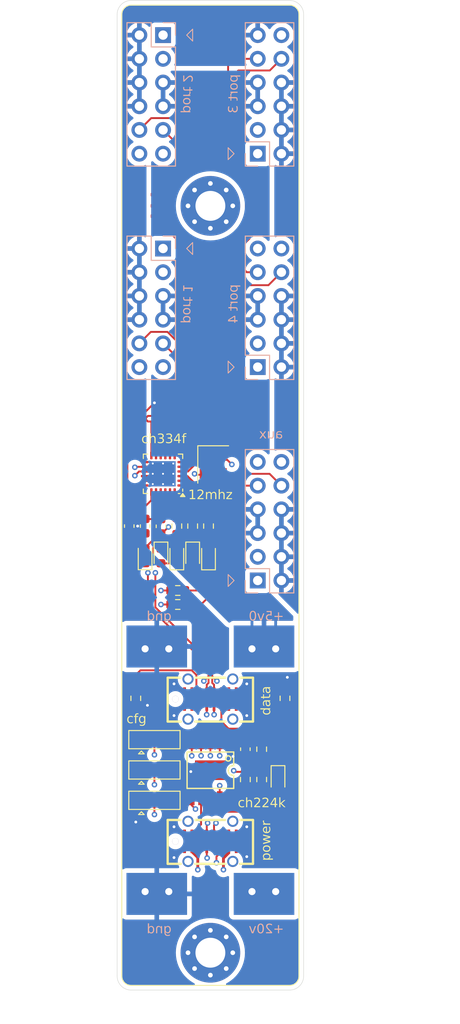
<source format=kicad_pcb>
(kicad_pcb (version 20240108) (generator "pcbnew") (generator_version "8.0")
  (layers (0 "F.Cu" signal) (1 "In1.Cu" signal) (2 "In2.Cu" signal) (31 "B.Cu" signal) (34 "B.Paste" user) (35 "F.Paste" user) (36 "B.SilkS" user "B.Silkscreen") (37 "F.SilkS" user "F.Silkscreen") (38 "B.Mask" user) (39 "F.Mask" user) (44 "Edge.Cuts" user))
  (net 0 "")
  (net 1 "GND")
  (net 2 "VDD")
  (net 3 "Net-(D1-K)")
  (net 4 "Net-(D1-A)")
  (net 5 "+3V3")
  (net 6 "/DP-1")
  (net 7 "/DN-1")
  (net 8 "VBUS")
  (net 9 "+5V")
  (net 10 "/DN-2")
  (net 11 "/DP-2")
  (net 12 "/PLED4")
  (net 13 "/DN-3")
  (net 14 "/DP-3")
  (net 15 "Net-(D2-K)")
  (net 16 "/DN-4")
  (net 17 "/DP-4")
  (net 18 "Net-(D4-K)")
  (net 19 "/CFG1")
  (net 20 "/CFG2")
  (net 21 "/CFG3")
  (net 22 "Net-(U2-VBUS)")
  (net 23 "Net-(D6-K)")
  (net 24 "/COMMON")
  (net 25 "/DP-DAT")
  (net 26 "/PLED1")
  (net 27 "/PLED2")
  (net 28 "/XOUT")
  (net 35 "/XIN")
  (net 38 "/DN-DAT")
  (net 41 "/CC1")
  (net 42 "/CC2")
  (net 45 "Net-(USB1-CC1)")
  (net 47 "Net-(USB1-CC2)")
  (net 50 "/DP-POW")
  (net 51 "/DN-POW")
  (net 72 "Net-(J5-Pin_9)")
  (net 73 "Net-(J5-Pin_10)")
  (footprint "Resistor_SMD:R_0603_1608Metric" (layer "F.Cu") (at 125.5 108.2 90)
    (property "Reference" "R2" (hide yes))
    (property "Value" "1K")
  )
  (footprint "Capacitor_SMD:C_0603_1608Metric" (layer "F.Cu") (at 123.75 108.2 -90)
    (property "Reference" "C1" (hide yes))
    (property "Value" "1u")
  )
  (footprint "Resistor_SMD:R_0603_1608Metric" (layer "F.Cu") (at 128 102.75 90)
    (property "Reference" "R10" (hide yes))
    (property "Value" "5.1K")
  )
  (footprint "Resistor_SMD:R_0603_1608Metric" (layer "F.Cu") (at 125.5 111.45 90)
    (property "Reference" "R4" (hide yes))
    (property "Value" "10K")
  )
  (footprint "easyeda2kicad:USB-C-SMD_GT-USB-7051A" (layer "F.Cu") (at 120 118.07)
    (property "Reference" "USB2" (hide yes))
    (property "Value" "GT-USB-7051A")
  )
  (footprint "MountingHole:MountingHole_3.2mm_M3_Pad_Via" (layer "F.Cu") (at 120 50)
    (property "Reference" "H1" (hide yes))
    (property "Value" "MountingHole_Pad")
  )
  (footprint "easyeda2kicad:USB-C-SMD_GT-USB-7051A" (layer "F.Cu") (at 120 102.83)
    (property "Reference" "USB1" (hide yes))
    (property "Value" "GT-USB-7051A")
  )
  (footprint "Resistor_SMD:R_0603_1608Metric" (layer "F.Cu") (at 119.8 84.3 90)
    (property "Reference" "R6" (hide yes))
    (property "Value" "220")
  )
  (footprint "Resistor_SMD:R_0603_1608Metric" (layer "F.Cu") (at 116.4 84.3 90)
    (property "Reference" "R7" (hide yes))
    (property "Value" "470")
  )
  (footprint "Resistor_SMD:R_0603_1608Metric" (layer "F.Cu") (at 123.75 111.45 90)
    (property "Reference" "R1" (hide yes))
    (property "Value" "10K")
  )
  (footprint "Jumper:SolderJumper-3_P2.0mm_Open_TrianglePad1.0x1.5mm" (layer "F.Cu") (at 114 107.2)
    (property "Reference" "JP1" (hide yes))
    (property "Value" "SolderJumper_3_Open")
  )
  (footprint "Diode_SMD:D_0603_1608Metric" (layer "F.Cu") (at 113 87.4875 90)
    (property "Reference" "D6" (hide yes))
    (property "Value" "RED")
  )
  (footprint "Diode_SMD:D_0603_1608Metric" (layer "F.Cu") (at 116.4 87.5 90)
    (property "Reference" "D4" (hide yes))
    (property "Value" "GREEN")
  )
  (footprint "easyeda2kicad:ESSOP-10_L4.9-W3.9-P1.0-LS6.0-TL-EP" (layer "F.Cu") (at 120 110.45 180)
    (property "Reference" "U2" (hide yes))
    (property "Value" "~")
  )
  (footprint "Capacitor_SMD:C_0603_1608Metric" (layer "F.Cu") (at 114.7 84.325 -90)
    (property "Reference" "C2" (hide yes))
    (property "Value" "10u")
  )
  (footprint "Resistor_SMD:R_0603_1608Metric" (layer "F.Cu") (at 118.1 84.3 90)
    (property "Reference" "R5" (hide yes))
    (property "Value" "220")
  )
  (footprint "Diode_SMD:D_0603_1608Metric" (layer "F.Cu") (at 118.1 87.5 -90)
    (property "Reference" "D3" (hide yes))
    (property "Value" "GREEN")
  )
  (footprint "MountingHole:MountingHole_3.2mm_M3_Pad_Via" (layer "F.Cu") (at 120 130)
    (property "Reference" "H2" (hide yes))
    (property "Value" "MountingHole_Pad")
  )
  (footprint "Resistor_SMD:R_0603_1608Metric" (layer "F.Cu") (at 116.5 92.7)
    (property "Reference" "R3" (hide yes))
    (property "Value" "0")
  )
  (footprint "Capacitor_SMD:C_0603_1608Metric" (layer "F.Cu") (at 113 84.3 -90)
    (property "Reference" "C3" (hide yes))
    (property "Value" "100n")
  )
  (footprint "Jumper:SolderJumper-3_P2.0mm_Open_TrianglePad1.0x1.5mm" (layer "F.Cu") (at 114 110.45)
    (property "Reference" "JP2" (hide yes))
    (property "Value" "SolderJumper_3_Open")
  )
  (footprint "Crystal:Crystal_SMD_3225-4Pin_3.2x2.5mm" (layer "F.Cu") (at 120.3 77.7 -90)
    (property "Reference" "Y1" (hide yes))
    (property "Value" "Crystal_GND24")
  )
  (footprint "Resistor_SMD:R_0603_1608Metric" (layer "F.Cu") (at 116.5 91.2 180)
    (property "Reference" "R8" (hide yes))
    (property "Value" "0")
  )
  (footprint "Resistor_SMD:R_0603_1608Metric" (layer "F.Cu") (at 112 102.75 90)
    (property "Reference" "R9" (hide yes))
    (property "Value" "5.1K")
  )
  (footprint "Diode_SMD:D_0603_1608Metric" (layer "F.Cu") (at 114.7 87.5 -90)
    (property "Reference" "D5" (hide yes))
    (property "Value" "GREEN")
  )
  (footprint "Capacitor_SMD:C_0603_1608Metric" (layer "F.Cu") (at 111.3 84.3 -90)
    (property "Reference" "C4" (hide yes))
    (property "Value" "1u")
  )
  (footprint "Diode_SMD:D_0603_1608Metric" (layer "F.Cu") (at 119.8 87.5 90)
    (property "Reference" "D2" (hide yes))
    (property "Value" "GREEN")
  )
  (footprint "Package_DFN_QFN:QFN-24-1EP_4x4mm_P0.5mm_EP2.7x2.7mm_ThermalVias" (layer "F.Cu") (at 114.92 78.7 180)
    (property "Reference" "U1" (hide yes))
    (property "Value" "~")
  )
  (footprint "Diode_SMD:D_0603_1608Metric" (layer "F.Cu") (at 127.25 111.45 -90)
    (property "Reference" "D1" (hide yes))
    (property "Value" "LED")
  )
  (footprint "Jumper:SolderJumper-3_P2.0mm_Open_TrianglePad1.0x1.5mm" (layer "F.Cu") (at 114 113.7)
    (property "Reference" "JP3" (hide yes))
    (property "Value" "SolderJumper_3_Open")
  )
  (footprint "Connector_PinHeader_2.54mm:PinHeader_2x06_P2.54mm_Vertical" (layer "B.Cu") (at 125.075 90.13)
    (property "Reference" "J5" (hide yes))
    (property "Value" "Conn_02x06_Odd_Even")
  )
  (footprint "Connector_PinHeader_2.54mm:PinHeader_2x06_P2.54mm_Vertical" (layer "B.Cu") (at 114.925 31.71 180)
    (property "Reference" "J2" (hide yes))
    (property "Value" "Conn_02x06_Odd_Even")
  )
  (footprint "Connector_PinHeader_2.54mm:PinHeader_2x06_P2.54mm_Vertical" (layer "B.Cu") (at 125.075 44.41)
    (property "Reference" "J3" (hide yes))
    (property "Value" "Conn_02x06_Odd_Even")
  )
  (footprint "backbone-16:mini-560-smd" (layer "B.Cu") (at 120 95.45 180)
    (property "Reference" "U3" (hide yes))
    (property "Value" "mini-560")
  )
  (footprint "Connector_PinHeader_2.54mm:PinHeader_2x06_P2.54mm_Vertical" (layer "B.Cu") (at 125.075 67.27)
    (property "Reference" "J4" (hide yes))
    (property "Value" "Conn_02x06_Odd_Even")
  )
  (footprint "Connector_PinHeader_2.54mm:PinHeader_2x06_P2.54mm_Vertical" (layer "B.Cu") (at 114.925 54.57 180)
    (property "Reference" "J1" (hide yes))
    (property "Value" "Conn_02x06_Odd_Even")
  )
  (gr_line (start 117.46 54.57) (end 118.095 53.935) (stroke (width 0.1)) (layer "B.SilkS"))
  (gr_line (start 121.905 66.635) (end 122.54 67.27) (stroke (width 0.1)) (layer "B.SilkS"))
  (gr_line (start 118.095 55.205) (end 117.46 54.57) (stroke (width 0.1)) (layer "B.SilkS"))
  (gr_line (start 122.54 90.13) (end 121.905 90.765) (stroke (width 0.1)) (layer "B.SilkS"))
  (gr_line (start 121.905 90.765) (end 121.905 89.495) (stroke (width 0.1)) (layer "B.SilkS"))
  (gr_line (start 121.905 67.905) (end 121.905 66.635) (stroke (width 0.1)) (layer "B.SilkS"))
  (gr_line (start 118.095 31.075) (end 118.095 32.345) (stroke (width 0.1)) (layer "B.SilkS"))
  (gr_line (start 121.905 45.045) (end 122.54 44.41) (stroke (width 0.1)) (layer "B.SilkS"))
  (gr_line (start 122.54 67.27) (end 121.905 67.905) (stroke (width 0.1)) (layer "B.SilkS"))
  (gr_line (start 118.095 53.935) (end 118.095 55.205) (stroke (width 0.1)) (layer "B.SilkS"))
  (gr_line (start 121.905 43.775) (end 121.905 45.045) (stroke (width 0.1)) (layer "B.SilkS"))
  (gr_line (start 118.095 32.345) (end 117.46 31.71) (stroke (width 0.1)) (layer "B.SilkS"))
  (gr_line (start 117.46 31.71) (end 118.095 31.075) (stroke (width 0.1)) (layer "B.SilkS"))
  (gr_line (start 122.54 44.41) (end 121.905 43.775) (stroke (width 0.1)) (layer "B.SilkS"))
  (gr_line (start 121.905 89.495) (end 122.54 90.13) (stroke (width 0.1)) (layer "B.SilkS"))
  (gr_arc (start 111.500001 133.499999) (mid 110.792894 133.207106) (end 110.500001 132.499999) (stroke (width 0.1)) (layer "F.SilkS"))
  (gr_line (start 129.5 29.5) (end 129.5 132.5) (stroke (width 0.1)) (layer "F.SilkS"))
  (gr_line (start 111.5 28.5) (end 128.5 28.5) (stroke (width 0.1)) (layer "F.SilkS"))
  (gr_arc (start 129.499999 132.499999) (mid 129.207106 133.207106) (end 128.499999 133.499999) (stroke (width 0.1)) (layer "F.SilkS"))
  (gr_arc (start 128.5 28.5) (mid 129.207107 28.792893) (end 129.5 29.5) (stroke (width 0.1)) (layer "F.SilkS"))
  (gr_arc (start 110.5 29.5) (mid 110.792893 28.792893) (end 111.5 28.5) (stroke (width 0.1)) (layer "F.SilkS"))
  (gr_line (start 128.5 133.5) (end 111.5 133.5) (stroke (width 0.1)) (layer "F.SilkS"))
  (gr_line (start 110.5 132.5) (end 110.5 29.5) (stroke (width 0.1)) (layer "F.SilkS"))
  (gr_line (start 130 132.5) (end 130 29.5) (stroke (width 0.05)) (layer "Edge.Cuts"))
  (gr_line (start 111.5 134) (end 128.5 134) (stroke (width 0.05)) (layer "Edge.Cuts"))
  (gr_arc (start 130 132.5) (mid 129.56066 133.56066) (end 128.5 134) (stroke (width 0.05)) (layer "Edge.Cuts"))
  (gr_arc (start 128.5 28) (mid 129.56066 28.43934) (end 130 29.5) (stroke (width 0.05)) (layer "Edge.Cuts"))
  (gr_line (start 128.5 28) (end 111.5 28) (stroke (width 0.05)) (layer "Edge.Cuts"))
  (gr_arc (start 111.5 134) (mid 110.43934 133.56066) (end 110 132.5) (stroke (width 0.05)) (layer "Edge.Cuts"))
  (gr_arc (start 110 29.5) (mid 110.43934 28.43934) (end 111.5 28) (stroke (width 0.05)) (layer "Edge.Cuts"))
  (gr_line (start 110 29.5) (end 110 132.5) (stroke (width 0.05)) (layer "Edge.Cuts"))
  (gr_text "gnd" (at 114.5 94 0) (layer "B.SilkS") (effects (font (size 1 1)) (justify mirror)))
  (gr_text "port 1" (at 117.5 60.5 270) (layer "B.SilkS") (effects (font (size 1 1)) (justify mirror)))
  (gr_text "aux" (at 126.5 74.5 0) (layer "B.SilkS") (effects (font (size 1 1)) (justify mirror)))
  (gr_text "port 4" (at 122.5 60.5 90) (layer "B.SilkS") (effects (font (size 1 1)) (justify mirror)))
  (gr_text "port 3" (at 122.5 38 90) (layer "B.SilkS") (effects (font (size 1 1)) (justify mirror)))
  (gr_text "+5v0" (at 126 94 0) (layer "B.SilkS") (effects (font (size 1 1)) (justify mirror)))
  (gr_text "+20v" (at 126 127.5 0) (layer "B.SilkS") (effects (font (size 1 1)) (justify mirror)))
  (gr_text "port 2" (at 117.5 38 -90) (layer "B.SilkS") (effects (font (size 1 1)) (justify mirror)))
  (gr_text "gnd" (at 114.5 127.5 0) (layer "B.SilkS") (effects (font (size 1 1)) (justify mirror)))
  (gr_text "cfg" (at 111 105 0) (layer "F.SilkS") (effects (font (size 1 1)) (justify left)))
  (gr_text "power" (at 126 118 90) (layer "F.SilkS") (effects (font (size 1 1))))
  (gr_text "12mhz" (at 120 81 0) (layer "F.SilkS") (effects (font (size 1 1))))
  (gr_text "ch224k" (at 125.5 114 0) (layer "F.SilkS") (effects (font (size 1 1))))
  (gr_text "ch334f" (at 115 75 0) (layer "F.SilkS") (effects (font (size 1 1))))
  (gr_text "data" (at 126 103 90) (layer "F.SilkS") (effects (font (size 1 1))))
  (segment (start 120 110.45) (end 118.05 110.45) (width 0.2) (layer "F.Cu") (net 1))
  (segment (start 121.15 76.6) (end 121.2 76.6) (width 0.2) (layer "F.Cu") (net 1))
  (segment (start 119.45 78.7) (end 121.15 77) (width 0.2) (layer "F.Cu") (net 1))
  (segment (start 121.15 77) (end 121.15 76.6) (width 0.2) (layer "F.Cu") (net 1))
  (segment (start 111.3 85.075) (end 111.425 85.075) (width 0.2) (layer "F.Cu") (net 1))
  (segment (start 121.2 76.6) (end 122.3 77.7) (width 0.2) (layer "F.Cu") (net 1))
  (segment (start 119.45 78.8) (end 119.45 78.7) (width 0.2) (layer "F.Cu") (net 1))
  (segment (start 116.1 116.51) (end 116.9 117.31) (width 0.3) (layer "F.Cu") (net 1))
  (segment (start 114.8 85.1) (end 115.5 84.4) (width 0.2) (layer "F.Cu") (net 1))
  (segment (start 112 103.575) (end 113.175 103.575) (width 0.2) (layer "F.Cu") (net 1))
  (segment (start 111.425 85.075) (end 112.2 84.3) (width 0.2) (layer "F.Cu") (net 1))
  (segment (start 128 101.925) (end 128.25 101.675) (width 0.2) (layer "F.Cu") (net 1))
  (segment (start 123.1 117.31) (end 122.77 117.31) (width 0.3) (layer "F.Cu") (net 1))
  (segment (start 122.77 102.07) (end 123.03 102.07) (width 0.2) (layer "F.Cu") (net 1))
  (segment (start 117.23 102.07) (end 116.97 102.07) (width 0.2) (layer "F.Cu") (net 1))
  (segment (start 122.89 103.59) (end 123.9 104.6) (width 0.2) (layer "F.Cu") (net 1))
  (segment (start 123.9 119.71) (end 123.02 118.83) (width 0.3) (layer "F.Cu") (net 1))
  (segment (start 116.9 117.31) (end 117.23 117.31) (width 0.3) (layer "F.Cu") (net 1))
  (segment (start 117.23 103.59) (end 117.11 103.59) (width 0.2) (layer "F.Cu") (net 1))
  (segment (start 114.7 85.1) (end 114.8 85.1) (width 0.2) (layer "F.Cu") (net 1))
  (segment (start 112 110.45) (end 112 113.7) (width 0.2) (layer "F.Cu") (net 1))
  (segment (start 118.4 78.8) (end 118.3 78.7) (width 0.2) (layer "F.Cu") (net 1))
  (segment (start 123.9 116.51) (end 123.1 117.31) (width 0.3) (layer "F.Cu") (net 1))
  (segment (start 112.975 85.075) (end 112.2 84.3) (width 0.2) (layer "F.Cu") (net 1))
  (segment (start 112 107.2) (end 112 110.45) (width 0.2) (layer "F.Cu") (net 1))
  (segment (start 117.11 103.59) (end 116.1 104.6) (width 0.2) (layer "F.Cu") (net 1))
  (segment (start 116.1 119.81) (end 117.08 118.83) (width 0.3) (layer "F.Cu") (net 1))
  (segment (start 118.05 110.45) (end 117.9 110.6) (width 0.2) (layer "F.Cu") (net 1))
  (segment (start 112 113.7) (end 112 116) (width 0.2) (layer "F.Cu") (net 1))
  (segment (start 117.08 118.83) (end 117.23 118.83) (width 0.3) (layer "F.Cu") (net 1))
  (segment (start 120.95 110.45) (end 122.425 108.975) (width 0.2) (layer "F.Cu") (net 1))
  (segment (start 122.425 108.975) (end 123.75 108.975) (width 0.2) (layer "F.Cu") (net 1))
  (segment (start 122.77 103.59) (end 122.89 103.59) (width 0.2) (layer "F.Cu") (net 1))
  (segment (start 120 110.45) (end 120.95 110.45) (width 0.2) (layer "F.Cu") (net 1))
  (segment (start 113.175 103.575) (end 113.25 103.5) (width 0.2) (layer "F.Cu") (net 1))
  (segment (start 116.97 102.07) (end 116.1 101.2) (width 0.2) (layer "F.Cu") (net 1))
  (segment (start 128.25 101.675) (end 128.25 100.5) (width 0.2) (layer "F.Cu") (net 1))
  (segment (start 123.03 102.07) (end 123.9 101.2) (width 0.2) (layer "F.Cu") (net 1))
  (segment (start 113 85.075) (end 112.975 85.075) (width 0.2) (layer "F.Cu") (net 1))
  (segment (start 123.02 118.83) (end 122.77 118.83) (width 0.3) (layer "F.Cu") (net 1))
  (segment (start 119.45 78.8) (end 118.4 78.8) (width 0.2) (layer "F.Cu") (net 1))
  (via (at 116.1 119.81) (size 0.6) (drill 0.3) (layers "F.Cu" "B.Cu") (net 1))
  (via (at 123.9 116.51) (size 0.6) (drill 0.3) (layers "F.Cu" "B.Cu") (net 1))
  (via (at 122.425 108.975) (size 0.6) (drill 0.3) (layers "F.Cu" "B.Cu") (net 1))
  (via (at 115.5 84.4) (size 0.6) (drill 0.3) (layers "F.Cu" "B.Cu") (net 1))
  (via (at 112 116) (size 0.6) (drill 0.3) (layers "F.Cu" "B.Cu") (net 1))
  (via (at 118.3 78.7) (size 0.6) (drill 0.3) (layers "F.Cu" "B.Cu") (net 1))
  (via (at 113.25 103.5) (size 0.6) (drill 0.3) (layers "F.Cu" "B.Cu") (net 1))
  (via (at 123.9 104.6) (size 0.6) (drill 0.3) (layers "F.Cu" "B.Cu") (net 1))
  (via (at 117.9 110.6) (size 0.6) (drill 0.3) (layers "F.Cu" "B.Cu") (net 1))
  (via (at 128.25 100.5) (size 0.6) (drill 0.3) (layers "F.Cu" "B.Cu") (net 1))
  (via (at 116.1 101.2) (size 0.6) (drill 0.3) (layers "F.Cu" "B.Cu") (net 1))
  (via (at 122.3 77.7) (size 0.6) (drill 0.3) (layers "F.Cu" "B.Cu") (net 1))
  (via (at 116.1 104.6) (size 0.6) (drill 0.3) (layers "F.Cu" "B.Cu") (net 1))
  (via (at 112.2 84.3) (size 0.6) (drill 0.3) (layers "F.Cu" "B.Cu") (net 1))
  (via (at 123.9 119.71) (size 0.6) (drill 0.3) (layers "F.Cu" "B.Cu") (net 1))
  (via (at 123.9 101.2) (size 0.6) (drill 0.3) (layers "F.Cu" "B.Cu") (net 1))
  (via (at 116.1 116.51) (size 0.6) (drill 0.3) (layers "F.Cu" "B.Cu") (net 1))
  (segment (start 116 110.45) (end 116 113.7) (width 0.2) (layer "F.Cu") (net 2))
  (segment (start 125.5 107.375) (end 123.8 107.375) (width 0.2) (layer "F.Cu") (net 2))
  (segment (start 121.6 106.3) (end 116.9 106.3) (width 0.2) (layer "F.Cu") (net 2))
  (segment (start 122 107.45) (end 122 106.7) (width 0.2) (layer "F.Cu") (net 2))
  (segment (start 122 107.45) (end 123.725 107.45) (width 0.2) (layer "F.Cu") (net 2))
  (segment (start 116.9 106.3) (end 116 107.2) (width 0.2) (layer "F.Cu") (net 2))
  (segment (start 122 106.7) (end 121.6 106.3) (width 0.2) (layer "F.Cu") (net 2))
  (segment (start 123.725 107.45) (end 123.75 107.425) (width 0.2) (layer "F.Cu") (net 2))
  (segment (start 116 107.2) (end 116 110.45) (width 0.2) (layer "F.Cu") (net 2))
  (segment (start 123.8 107.375) (end 123.75 107.425) (width 0.2) (layer "F.Cu") (net 2))
  (segment (start 122 112.1) (end 122.6 111.5) (width 0.2) (layer "F.Cu") (net 3))
  (segment (start 122.6 111.5) (end 126.4125 111.5) (width 0.2) (layer "F.Cu") (net 3))
  (segment (start 126.4125 111.5) (end 127.25 110.6625) (width 0.2) (layer "F.Cu") (net 3))
  (segment (start 122 113.45) (end 122 112.1) (width 0.2) (layer "F.Cu") (net 3))
  (segment (start 125.5 112.275) (end 127.2125 112.275) (width 0.2) (layer "F.Cu") (net 4))
  (segment (start 127.2125 112.275) (end 127.25 112.2375) (width 0.2) (layer "F.Cu") (net 4))
  (segment (start 114.7 83.55) (end 114.7 83.597478) (width 0.2) (layer "F.Cu") (net 5))
  (segment (start 114.7 83.55) (end 113.925 84.325) (width 0.2) (layer "F.Cu") (net 5))
  (segment (start 114.7 83.55) (end 113.025 83.55) (width 0.2) (layer "F.Cu") (net 5))
  (segment (start 114.17 80.6625) (end 114.17 83.02) (width 0.2) (layer "F.Cu") (net 5))
  (segment (start 113.925 84.325) (end 113.925 85.707128) (width 0.2) (layer "F.Cu") (net 5))
  (segment (start 113 86.632128) (end 113 86.7) (width 0.2) (layer "F.Cu") (net 5))
  (segment (start 113.925 85.707128) (end 113 86.632128) (width 0.2) (layer "F.Cu") (net 5))
  (segment (start 114.17 83.02) (end 114.7 83.55) (width 0.2) (layer "F.Cu") (net 5))
  (segment (start 113.025 83.55) (end 113 83.525) (width 0.2) (layer "F.Cu") (net 5))
  (segment (start 115.4 70.6) (end 115.6 70.6) (width 0.2) (layer "F.Cu") (net 6))
  (segment (start 115.8 69.4) (end 116 69.2) (width 0.2) (layer "F.Cu") (net 6))
  (segment (start 114.6 69.4) (end 114.8 69.2) (width 0.2) (layer "F.Cu") (net 6))
  (segment (start 117 69.2) (end 117 66.805) (width 0.2) (layer "F.Cu") (net 6))
  (segment (start 113.3 73.1) (end 113.1 72.9) (width 0.2) (layer "F.Cu") (net 6))
  (segment (start 115.8 70.4) (end 115.8 69.4) (width 0.2) (layer "F.Cu") (net 6))
  (segment (start 114.6 71.6) (end 114.6 69.4) (width 0.2) (layer "F.Cu") (net 6))
  (segment (start 113.67 76.7375) (end 113.67 73.17) (width 0.2) (layer "F.Cu") (net 6))
  (segment (start 113.67 73.17) (end 113.6 73.1) (width 0.2) (layer "F.Cu") (net 6))
  (segment (start 113.3 72.5) (end 113.7 72.5) (width 0.2) (layer "F.Cu") (net 6))
  (segment (start 117 66.805) (end 114.925 64.73) (width 0.2) (layer "F.Cu") (net 6))
  (segment (start 115.2 70.4) (end 115.4 70.6) (width 0.2) (layer "F.Cu") (net 6))
  (segment (start 115 69.2) (end 115.2 69.4) (width 0.2) (layer "F.Cu") (net 6))
  (segment (start 115.6 70.6) (end 115.8 70.4) (width 0.2) (layer "F.Cu") (net 6))
  (segment (start 114.8 69.2) (end 115 69.2) (width 0.2) (layer "F.Cu") (net 6))
  (segment (start 113.1 72.7) (end 113.3 72.5) (width 0.2) (layer "F.Cu") (net 6))
  (segment (start 115.2 69.4) (end 115.2 70.4) (width 0.2) (layer "F.Cu") (net 6))
  (segment (start 113.1 72.9) (end 113.1 72.7) (width 0.2) (layer "F.Cu") (net 6))
  (segment (start 116.2 69.2) (end 116.5 69.5) (width 0.2) (layer "F.Cu") (net 6))
  (segment (start 116.7 69.5) (end 117 69.2) (width 0.2) (layer "F.Cu") (net 6))
  (segment (start 116.5 69.5) (end 116.7 69.5) (width 0.2) (layer "F.Cu") (net 6))
  (segment (start 113.6 73.1) (end 113.3 73.1) (width 0.2) (layer "F.Cu") (net 6))
  (segment (start 113.7 72.5) (end 114.6 71.6) (width 0.2) (layer "F.Cu") (net 6))
  (segment (start 116 69.2) (end 116.2 69.2) (width 0.2) (layer "F.Cu") (net 6))
  (segment (start 114.17 72.63) (end 117.4 69.4) (width 0.2) (layer "F.Cu") (net 7))
  (segment (start 114.17 76.7375) (end 114.17 72.63) (width 0.2) (layer "F.Cu") (net 7))
  (segment (start 113.615 63.5) (end 112.385 64.73) (width 0.2) (layer "F.Cu") (net 7))
  (segment (start 117.4 69.4) (end 117.4 65.5) (width 0.2) (layer "F.Cu") (net 7))
  (segment (start 117.4 65.5) (end 115.4 63.5) (width 0.2) (layer "F.Cu") (net 7))
  (segment (start 115.4 63.5) (end 113.615 63.5) (width 0.2) (layer "F.Cu") (net 7))
  (segment (start 118.02 117.31) (end 118.02 118.83) (width 0.3) (layer "F.Cu") (net 8))
  (segment (start 121.4 119.876497) (end 121.4 121.11) (width 0.3) (layer "F.Cu") (net 8))
  (segment (start 121.97 118.83) (end 121.97 119.306497) (width 0.3) (layer "F.Cu") (net 8))
  (segment (start 121.97 117.31) (end 121.97 118.83) (width 0.3) (layer "F.Cu") (net 8))
  (segment (start 118.02 118.83) (end 118.02 119.18) (width 0.3) (layer "F.Cu") (net 8))
  (segment (start 118.02 119.18) (end 118.65 119.81) (width 0.3) (layer "F.Cu") (net 8))
  (segment (start 122.625 110.625) (end 122.5 110.5) (width 0.2) (layer "F.Cu") (net 8))
  (segment (start 123.75 110.625) (end 122.625 110.625) (width 0.2) (layer "F.Cu") (net 8))
  (segment (start 121.97 119.306497) (end 121.4 119.876497) (width 0.3) (layer "F.Cu") (net 8))
  (segment (start 125.5 109.025) (end 125.5 110.625) (width 0.2) (layer "F.Cu") (net 8))
  (segment (start 118.65 119.81) (end 118.65 121.11) (width 0.3) (layer "F.Cu") (net 8))
  (segment (start 125.5 110.625) (end 123.75 110.625) (width 0.2) (layer "F.Cu") (net 8))
  (via (at 122.5 110.5) (size 0.6) (drill 0.3) (layers "F.Cu" "B.Cu") (net 8))
  (via (at 118.65 121.11) (size 0.6) (drill 0.3) (layers "F.Cu" "B.Cu") (net 8))
  (via (at 121.4 121.11) (size 0.6) (drill 0.3) (layers "F.Cu" "B.Cu") (net 8))
  (segment (start 111.1 82.1) (end 111.3 82.3) (width 0.2) (layer "F.Cu") (net 9))
  (segment (start 111.675 83.525) (end 111.3 83.525) (width 0.2) (layer "F.Cu") (net 9))
  (segment (start 114 71.1) (end 111.1 74) (width 0.2) (layer "F.Cu") (net 9))
  (segment (start 111.3 82.3) (end 111.3 83.525) (width 0.2) (layer "F.Cu") (net 9))
  (segment (start 113.67 81.53) (end 111.675 83.525) (width 0.2) (layer "F.Cu") (net 9))
  (segment (start 111.1 74) (end 111.1 82.1) (width 0.2) (layer "F.Cu") (net 9))
  (segment (start 113.67 80.6625) (end 113.67 81.53) (width 0.2) (layer "F.Cu") (net 9))
  (via (at 114 71.1) (size 0.6) (drill 0.3) (layers "F.Cu" "B.Cu") (net 9))
  (segment (start 127 93.32) (end 126.35 92.67) (width 0.3) (layer "B.Cu") (net 9))
  (segment (start 124.46 93.29) (end 125.08 92.67) (width 0.3) (layer "B.Cu") (net 9))
  (segment (start 127 97.45) (end 127 93.32) (width 0.3) (layer "B.Cu") (net 9))
  (segment (start 124.46 97.45) (end 124.46 93.29) (width 0.3) (layer "B.Cu") (net 9))
  (segment (start 118.4 55) (end 115.2 51.8) (width 0.2) (layer "F.Cu") (net 10))
  (segment (start 115.2 48.2) (end 117.1 46.3) (width 0.2) (layer "F.Cu") (net 10))
  (segment (start 115.8 40.6) (end 113.655 40.6) (width 0.2) (layer "F.Cu") (net 10))
  (segment (start 117.1 41.9) (end 115.8 40.6) (width 0.2) (layer "F.Cu") (net 10))
  (segment (start 117.1 46.3) (end 117.1 41.9) (width 0.2) (layer "F.Cu") (net 10))
  (segment (start 113.655 40.6) (end 112.385 41.87) (width 0.2) (layer "F.Cu") (net 10))
  (segment (start 118.4 70.2) (end 118.4 55) (width 0.2) (layer "F.Cu") (net 10))
  (segment (start 115.2 51.8) (end 115.2 48.2) (width 0.2) (layer "F.Cu") (net 10))
  (segment (start 115.17 73.43) (end 118.4 70.2) (width 0.2) (layer "F.Cu") (net 10))
  (segment (start 115.17 76.7375) (end 115.17 73.43) (width 0.2) (layer "F.Cu") (net 10))
  (segment (start 114.2 51.4) (end 113.9 51.4) (width 0.2) (layer "F.Cu") (net 11))
  (segment (start 116.7 46.1) (end 116.7 43.645) (width 0.2) (layer "F.Cu") (net 11))
  (segment (start 113.7 48.9) (end 113.7 48.7) (width 0.2) (layer "F.Cu") (net 11))
  (segment (start 114.8 50.7) (end 114.8 50.4) (width 0.2) (layer "F.Cu") (net 11))
  (segment (start 114.7 50.3) (end 113.9 50.3) (width 0.2) (layer "F.Cu") (net 11))
  (segment (start 114.8 49.3) (end 114.6 49.1) (width 0.2) (layer "F.Cu") (net 11))
  (segment (start 114.7 50.8) (end 114.8 50.7) (width 0.2) (layer "F.Cu") (net 11))
  (segment (start 114.6 49.7) (end 114.8 49.5) (width 0.2) (layer "F.Cu") (net 11))
  (segment (start 113.7 51) (end 113.9 50.8) (width 0.2) (layer "F.Cu") (net 11))
  (segment (start 113.9 51.4) (end 113.7 51.2) (width 0.2) (layer "F.Cu") (net 11))
  (segment (start 113.7 48.7) (end 113.9 48.5) (width 0.2) (layer "F.Cu") (net 11))
  (segment (start 113.9 49.7) (end 114.6 49.7) (width 0.2) (layer "F.Cu") (net 11))
  (segment (start 114.8 50.4) (end 114.7 50.3) (width 0.2) (layer "F.Cu") (net 11))
  (segment (start 113.9 50.3) (end 113.7 50.1) (width 0.2) (layer "F.Cu") (net 11))
  (segment (start 114.67 76.7375) (end 114.67 73.33) (width 0.2) (layer "F.Cu") (net 11))
  (segment (start 114.67 73.33) (end 118 70) (width 0.2) (layer "F.Cu") (net 11))
  (segment (start 118 70) (end 118 55.2) (width 0.2) (layer "F.Cu") (net 11))
  (segment (start 114.8 49.5) (end 114.8 49.3) (width 0.2) (layer "F.Cu") (net 11))
  (segment (start 118 55.2) (end 114.2 51.4) (width 0.2) (layer "F.Cu") (net 11))
  (segment (start 113.7 49.9) (end 113.9 49.7) (width 0.2) (layer "F.Cu") (net 11))
  (segment (start 114.8 48.3) (end 114.8 48) (width 0.2) (layer "F.Cu") (net 11))
  (segment (start 113.9 49.1) (end 113.7 48.9) (width 0.2) (layer "F.Cu") (net 11))
  (segment (start 114.8 48) (end 116.7 46.1) (width 0.2) (layer "F.Cu") (net 11))
  (segment (start 113.9 48.5) (end 114.6 48.5) (width 0.2) (layer "F.Cu") (net 11))
  (segment (start 113.7 51.2) (end 113.7 51) (width 0.2) (layer "F.Cu") (net 11))
  (segment (start 114.6 49.1) (end 113.9 49.1) (width 0.2) (layer "F.Cu") (net 11))
  (segment (start 113.9 50.8) (end 114.7 50.8) (width 0.2) (layer "F.Cu") (net 11))
  (segment (start 116.7 43.645) (end 114.925 41.87) (width 0.2) (layer "F.Cu") (net 11))
  (segment (start 113.7 50.1) (end 113.7 49.9) (width 0.2) (layer "F.Cu") (net 11))
  (segment (start 114.6 48.5) (end 114.8 48.3) (width 0.2) (layer "F.Cu") (net 11))
  (segment (start 116.4 83.475) (end 116.125 83.475) (width 0.2) (layer "F.Cu") (net 12))
  (segment (start 117.2 85.8) (end 117.2 84.275) (width 0.2) (layer "F.Cu") (net 12))
  (segment (start 117.3 86.7125) (end 116.4 86.7125) (width 0.2) (layer "F.Cu") (net 12))
  (segment (start 117.2 84.275) (end 116.4 83.475) (width 0.2) (layer "F.Cu") (net 12))
  (segment (start 119.8 86.7125) (end 117.3 86.7125) (width 0.2) (layer "F.Cu") (net 12))
  (segment (start 116.4 86.6) (end 117.2 85.8) (width 0.2) (layer "F.Cu") (net 12))
  (segment (start 114.67 81.37) (end 116.4 83.1) (width 0.2) (layer "F.Cu") (net 12))
  (segment (start 116.4 86.7125) (end 116.4 86.6) (width 0.2) (layer "F.Cu") (net 12))
  (segment (start 116.4 86.7125) (end 114.7 86.7125) (width 0.2) (layer "F.Cu") (net 12))
  (segment (start 116.4 83.1) (end 116.4 83.475) (width 0.2) (layer "F.Cu") (net 12))
  (segment (start 114.67 80.6625) (end 114.67 81.37) (width 0.2) (layer "F.Cu") (net 12))
  (segment (start 119.9 70.7) (end 119.9 57.8) (width 0.2) (layer "F.Cu") (net 13))
  (segment (start 122.3 36.2) (end 123 35.5) (width 0.2) (layer "F.Cu") (net 13))
  (segment (start 119.9 57.8) (end 124.2 53.5) (width 0.2) (layer "F.Cu") (net 13))
  (segment (start 116.17 74.43) (end 119.9 70.7) (width 0.2) (layer "F.Cu") (net 13))
  (segment (start 126.365 35.5) (end 127.615 34.25) (width 0.2) (layer "F.Cu") (net 13))
  (segment (start 116.17 76.7375) (end 116.17 74.43) (width 0.2) (layer "F.Cu") (net 13))
  (segment (start 122.3 46.3) (end 122.3 36.2) (width 0.2) (layer "F.Cu") (net 13))
  (segment (start 124.2 48.2) (end 122.3 46.3) (width 0.2) (layer "F.Cu") (net 13))
  (segment (start 124.2 53.5) (end 124.2 48.2) (width 0.2) (layer "F.Cu") (net 13))
  (segment (start 123 35.5) (end 126.365 35.5) (width 0.2) (layer "F.Cu") (net 13))
  (segment (start 121.9 46.5) (end 123.8 48.4) (width 0.2) (layer "F.Cu") (net 14))
  (segment (start 123.3 34.1) (end 123.3 33.7) (width 0.2) (layer "F.Cu") (net 14))
  (segment (start 123.1 33.5) (end 122.9 33.5) (width 0.2) (layer "F.Cu") (net 14))
  (segment (start 122.1 34.8) (end 121.9 35) (width 0.2) (layer "F.Cu") (net 14))
  (segment (start 115.67 74.33) (end 115.67 76.7375) (width 0.2) (layer "F.Cu") (net 14))
  (segment (start 123.45 34.25) (end 123.3 34.1) (width 0.2) (layer "F.Cu") (net 14))
  (segment (start 119.5 70.5) (end 115.67 74.33) (width 0.2) (layer "F.Cu") (net 14))
  (segment (start 122.9 33.5) (end 122.7 33.7) (width 0.2) (layer "F.Cu") (net 14))
  (segment (start 119.5 57.6) (end 119.5 70.5) (width 0.2) (layer "F.Cu") (net 14))
  (segment (start 123.8 48.4) (end 123.8 53.3) (width 0.2) (layer "F.Cu") (net 14))
  (segment (start 125.075 34.25) (end 123.45 34.25) (width 0.2) (layer "F.Cu") (net 14))
  (segment (start 123.8 53.3) (end 119.5 57.6) (width 0.2) (layer "F.Cu") (net 14))
  (segment (start 122.7 34.7) (end 122.6 34.8) (width 0.2) (layer "F.Cu") (net 14))
  (segment (start 122.6 34.8) (end 122.1 34.8) (width 0.2) (layer "F.Cu") (net 14))
  (segment (start 122.7 33.7) (end 122.7 34.7) (width 0.2) (layer "F.Cu") (net 14))
  (segment (start 121.9 35) (end 121.9 46.5) (width 0.2) (layer "F.Cu") (net 14))
  (segment (start 123.3 33.7) (end 123.1 33.5) (width 0.2) (layer "F.Cu") (net 14))
  (segment (start 118.8 89.2) (end 120.4 89.2) (width 0.2) (layer "F.Cu") (net 15))
  (segment (start 118.1 88.2875) (end 119.8 88.2875) (width 0.2) (layer "F.Cu") (net 15))
  (segment (start 118.1 88.5) (end 118.8 89.2) (width 0.2) (layer "F.Cu") (net 15))
  (segment (start 118.875 85.9) (end 118.1 85.125) (width 0.2) (layer "F.Cu") (net 15))
  (segment (start 120.4 89.2) (end 120.8 88.8) (width 0.2) (layer "F.Cu") (net 15))
  (segment (start 120.3 85.9) (end 118.875 85.9) (width 0.2) (layer "F.Cu") (net 15))
  (segment (start 120.8 86.4) (end 120.3 85.9) (width 0.2) (layer "F.Cu") (net 15))
  (segment (start 118.1 88.2875) (end 118.1 88.5) (width 0.2) (layer "F.Cu") (net 15))
  (segment (start 120.8 88.8) (end 120.8 86.4) (width 0.2) (layer "F.Cu") (net 15))
  (segment (start 121.6 71) (end 121.6 58.9) (width 0.2) (layer "F.Cu") (net 16))
  (segment (start 121.6 58.9) (end 122 58.5) (width 0.2) (layer "F.Cu") (net 16))
  (segment (start 126.225 58.5) (end 127.615 57.11) (width 0.2) (layer "F.Cu") (net 16))
  (segment (start 117.415686 77.95) (end 118 77.365686) (width 0.2) (layer "F.Cu") (net 16))
  (segment (start 118 77.365686) (end 118 74.6) (width 0.2) (layer "F.Cu") (net 16))
  (segment (start 116.8825 77.95) (end 117.415686 77.95) (width 0.2) (layer "F.Cu") (net 16))
  (segment (start 118 74.6) (end 121.6 71) (width 0.2) (layer "F.Cu") (net 16))
  (segment (start 122 58.5) (end 126.225 58.5) (width 0.2) (layer "F.Cu") (net 16))
  (segment (start 122.9 57.7) (end 122.6 57.7) (width 0.2) (layer "F.Cu") (net 17))
  (segment (start 121.2 70.8) (end 117.6 74.4) (width 0.2) (layer "F.Cu") (net 17))
  (segment (start 121.9 56.7) (end 121.2 57.4) (width 0.2) (layer "F.Cu") (net 17))
  (segment (start 117.6 77.2) (end 117.35 77.45) (width 0.2) (layer "F.Cu") (net 17))
  (segment (start 117.6 74.4) (end 117.6 77.2) (width 0.2) (layer "F.Cu") (net 17))
  (segment (start 122.6 57.7) (end 122.4 57.5) (width 0.2) (layer "F.Cu") (net 17))
  (segment (start 122.4 56.9) (end 122.2 56.7) (width 0.2) (layer "F.Cu") (net 17))
  (segment (start 125.075 57.11) (end 123.91 57.11) (width 0.2) (layer "F.Cu") (net 17))
  (segment (start 123.3 56.4) (end 123.1 56.6) (width 0.2) (layer "F.Cu") (net 17))
  (segment (start 123.91 57.11) (end 123.7 56.9) (width 0.2) (layer "F.Cu") (net 17))
  (segment (start 123.1 56.6) (end 123.1 57.5) (width 0.2) (layer "F.Cu") (net 17))
  (segment (start 121.2 57.4) (end 121.2 70.8) (width 0.2) (layer "F.Cu") (net 17))
  (segment (start 122.2 56.7) (end 121.9 56.7) (width 0.2) (layer "F.Cu") (net 17))
  (segment (start 123.5 56.4) (end 123.3 56.4) (width 0.2) (layer "F.Cu") (net 17))
  (segment (start 123.7 56.9) (end 123.7 56.6) (width 0.2) (layer "F.Cu") (net 17))
  (segment (start 117.35 77.45) (end 116.8825 77.45) (width 0.2) (layer "F.Cu") (net 17))
  (segment (start 123.1 57.5) (end 122.9 57.7) (width 0.2) (layer "F.Cu") (net 17))
  (segment (start 123.7 56.6) (end 123.5 56.4) (width 0.2) (layer "F.Cu") (net 17))
  (segment (start 122.4 57.5) (end 122.4 56.9) (width 0.2) (layer "F.Cu") (net 17))
  (segment (start 117.7125 89.6) (end 120.7 89.6) (width 0.2) (layer "F.Cu") (net 18))
  (segment (start 120.225 85.125) (end 119.8 85.125) (width 0.2) (layer "F.Cu") (net 18))
  (segment (start 114.7 88.2875) (end 116.4 88.2875) (width 0.2) (layer "F.Cu") (net 18))
  (segment (start 121.2 89.1) (end 121.2 86.1) (width 0.2) (layer "F.Cu") (net 18))
  (segment (start 121.2 86.1) (end 120.225 85.125) (width 0.2) (layer "F.Cu") (net 18))
  (segment (start 116.4 88.2875) (end 117.7125 89.6) (width 0.2) (layer "F.Cu") (net 18))
  (segment (start 116.4 88.2875) (end 116.4 88.4) (width 0.2) (layer "F.Cu") (net 18))
  (segment (start 120.7 89.6) (end 121.2 89.1) (width 0.2) (layer "F.Cu") (net 18))
  (segment (start 114 108.8) (end 114 107.2) (width 0.2) (layer "F.Cu") (net 19))
  (segment (start 121 113.45) (end 121 112.1) (width 0.2) (layer "F.Cu") (net 19))
  (via (at 114 108.8) (size 0.6) (drill 0.3) (layers "F.Cu" "B.Cu") (net 19))
  (via (at 121 112.1) (size 0.6) (drill 0.3) (layers "F.Cu" "B.Cu") (net 19))
  (segment (start 114 112) (end 114 110.45) (width 0.2) (layer "F.Cu") (net 20))
  (segment (start 121 107.45) (end 121 108.9) (width 0.2) (layer "F.Cu") (net 20))
  (via (at 114 112) (size 0.6) (drill 0.3) (layers "F.Cu" "B.Cu") (net 20))
  (via (at 121 108.9) (size 0.6) (drill 0.3) (layers "F.Cu" "B.Cu") (net 20))
  (segment (start 114 115.2) (end 114 113.7) (width 0.2) (layer "F.Cu") (net 21))
  (segment (start 120 107.45) (end 120 108.9) (width 0.2) (layer "F.Cu") (net 21))
  (via (at 120 108.9) (size 0.6) (drill 0.3) (layers "F.Cu" "B.Cu") (net 21))
  (via (at 114 115.2) (size 0.6) (drill 0.3) (layers "F.Cu" "B.Cu") (net 21))
  (segment (start 123.3 114.9) (end 123.75 114.45) (width 0.2) (layer "F.Cu") (net 22))
  (segment (start 120 113.45) (end 120 114.6) (width 0.2) (layer "F.Cu") (net 22))
  (segment (start 123.75 114.45) (end 123.75 112.275) (width 0.2) (layer "F.Cu") (net 22))
  (segment (start 120.3 114.9) (end 123.3 114.9) (width 0.2) (layer "F.Cu") (net 22))
  (segment (start 120 114.6) (end 120.3 114.9) (width 0.2) (layer "F.Cu") (net 22))
  (segment (start 114.297814 85.9) (end 115.625 85.9) (width 0.2) (layer "F.Cu") (net 23))
  (segment (start 113.9 87.375) (end 113.9 86.297814) (width 0.2) (layer "F.Cu") (net 23))
  (segment (start 113.9 86.297814) (end 114.297814 85.9) (width 0.2) (layer "F.Cu") (net 23))
  (segment (start 115.625 85.9) (end 116.4 85.125) (width 0.2) (layer "F.Cu") (net 23))
  (segment (start 113 88.275) (end 113.9 87.375) (width 0.2) (layer "F.Cu") (net 23))
  (segment (start 112.9575 78.45) (end 112.35 78.45) (width 0.2) (layer "F.Cu") (net 25))
  (segment (start 119.8 100.4) (end 119.8 100) (width 0.2) (layer "F.Cu") (net 25))
  (segment (start 119.8 99.3) (end 113.3 92.8) (width 0.2) (layer "F.Cu") (net 25))
  (segment (start 112.35 78.45) (end 111.9 78.9) (width 0.2) (layer "F.Cu") (net 25))
  (segment (start 120.39 104.49) (end 120.4 104.5) (width 0.2) (layer "F.Cu") (net 25))
  (segment (start 120.39 103.59) (end 120.39 104.49) (width 0.2) (layer "F.Cu") (net 25))
  (segment (start 119.61 101.29) (end 119.8 101.1) (width 0.2) (layer "F.Cu") (net 25))
  (segment (start 119.61 102.07) (end 119.61 101.29) (width 0.2) (layer "F.Cu") (net 25))
  (segment (start 115.675 92.7) (end 114.7 92.7) (width 0.2) (layer "F.Cu") (net 25))
  (segment (start 113.3 92.8) (end 113.3 89.3) (width 0.2) (layer "F.Cu") (net 25))
  (segment (start 119.8 100) (end 119.8 99.3) (width 0.2) (layer "F.Cu") (net 25))
  (segment (start 119.8 101.1) (end 119.8 100) (width 0.2) (layer "F.Cu") (net 25))
  (segment (start 119.3 100.9) (end 119.8 100.4) (width 0.2) (layer "F.Cu") (net 25))
  (via (at 111.9 78.9) (size 0.6) (drill 0.3) (layers "F.Cu" "B.Cu") (net 25))
  (via (at 114.7 92.7) (size 0.6) (drill 0.3) (layers "F.Cu" "B.Cu") (net 25))
  (via (at 119.3 100.9) (size 0.6) (drill 0.3) (layers "F.Cu" "B.Cu") (net 25))
  (via (at 113.3 89.3) (size 0.6) (drill 0.3) (layers "F.Cu" "B.Cu") (net 25))
  (via (at 120.4 104.5) (size 0.6) (drill 0.3) (layers "F.Cu" "B.Cu") (net 25))
  (segment (start 115.17 81.27) (end 116.4 82.5) (width 0.2) (layer "F.Cu") (net 26))
  (segment (start 117.125 82.5) (end 118.1 83.475) (width 0.2) (layer "F.Cu") (net 26))
  (segment (start 115.17 80.6625) (end 115.17 81.27) (width 0.2) (layer "F.Cu") (net 26))
  (segment (start 116.4 82.5) (end 117.125 82.5) (width 0.2) (layer "F.Cu") (net 26))
  (segment (start 115.67 81.17) (end 116.6 82.1) (width 0.2) (layer "F.Cu") (net 27))
  (segment (start 116.6 82.1) (end 118.425 82.1) (width 0.2) (layer "F.Cu") (net 27))
  (segment (start 118.425 82.1) (end 119.8 83.475) (width 0.2) (layer "F.Cu") (net 27))
  (segment (start 115.67 80.6625) (end 115.67 81.17) (width 0.2) (layer "F.Cu") (net 27))
  (segment (start 121.15 78.8) (end 121.15 78.9) (width 0.2) (layer "F.Cu") (net 28))
  (segment (start 118.6 80) (end 117.55 78.95) (width 0.2) (layer "F.Cu") (net 28))
  (segment (start 120.05 80) (end 118.6 80) (width 0.2) (layer "F.Cu") (net 28))
  (segment (start 121.15 78.9) (end 120.05 80) (width 0.2) (layer "F.Cu") (net 28))
  (segment (start 117.55 78.95) (end 116.8825 78.95) (width 0.2) (layer "F.Cu") (net 28))
  (segment (start 116.8825 78.45) (end 117.6 78.45) (width 0.2) (layer "F.Cu") (net 35))
  (segment (start 117.6 78.45) (end 119.45 76.6) (width 0.2) (layer "F.Cu") (net 35))
  (segment (start 119.61 103.59) (end 119.61 104.49) (width 0.2) (layer "F.Cu") (net 38))
  (segment (start 120.39 101.29) (end 120.2 101.1) (width 0.2) (layer "F.Cu") (net 38))
  (segment (start 115.675 91.2) (end 114.7 91.2) (width 0.2) (layer "F.Cu") (net 38))
  (segment (start 112.9575 77.95) (end 111.95 77.95) (width 0.2) (layer "F.Cu") (net 38))
  (segment (start 120.2 99.1) (end 114.1 93) (width 0.2) (layer "F.Cu") (net 38))
  (segment (start 111.95 77.95) (end 111.9 78) (width 0.2) (layer "F.Cu") (net 38))
  (segment (start 120.2 100.4) (end 120.2 100) (width 0.2) (layer "F.Cu") (net 38))
  (segment (start 120.2 100) (end 120.2 99.1) (width 0.2) (layer "F.Cu") (net 38))
  (segment (start 120.39 102.07) (end 120.39 101.29) (width 0.2) (layer "F.Cu") (net 38))
  (segment (start 120.7 100.9) (end 120.2 100.4) (width 0.2) (layer "F.Cu") (net 38))
  (segment (start 114.1 93) (end 114.1 89.3) (width 0.2) (layer "F.Cu") (net 38))
  (segment (start 120.2 101.1) (end 120.2 100) (width 0.2) (layer "F.Cu") (net 38))
  (segment (start 119.61 104.49) (end 119.6 104.5) (width 0.2) (layer "F.Cu") (net 38))
  (via (at 120.7 100.9) (size 0.6) (drill 0.3) (layers "F.Cu" "B.Cu") (net 38))
  (via (at 114.1 89.3) (size 0.6) (drill 0.3) (layers "F.Cu" "B.Cu") (net 38))
  (via (at 119.6 104.5) (size 0.6) (drill 0.3) (layers "F.Cu" "B.Cu") (net 38))
  (via (at 111.9 78) (size 0.6) (drill 0.3) (layers "F.Cu" "B.Cu") (net 38))
  (via (at 114.7 91.2) (size 0.6) (drill 0.3) (layers "F.Cu" "B.Cu") (net 38))
  (segment (start 118.82 116.44) (end 118.82 117.31) (width 0.2) (layer "F.Cu") (net 41))
  (segment (start 119 116.26) (end 118.82 116.44) (width 0.2) (layer "F.Cu") (net 41))
  (segment (start 119 113.45) (end 119 116.26) (width 0.2) (layer "F.Cu") (net 41))
  (segment (start 120.65 119.71) (end 120.65 120.36) (width 0.2) (layer "F.Cu") (net 42))
  (segment (start 121.18 119.18) (end 120.65 119.71) (width 0.2) (layer "F.Cu") (net 42))
  (segment (start 118 113.45) (end 118 114.21) (width 0.2) (layer "F.Cu") (net 42))
  (segment (start 118 114.21) (end 118.4 114.61) (width 0.2) (layer "F.Cu") (net 42))
  (segment (start 121.18 118.83) (end 121.18 119.18) (width 0.2) (layer "F.Cu") (net 42))
  (via (at 120.65 120.36) (size 0.6) (drill 0.3) (layers "F.Cu" "B.Cu") (net 42))
  (via (at 118.4 114.61) (size 0.6) (drill 0.3) (layers "F.Cu" "B.Cu") (net 42))
  (segment (start 118.5 100.25) (end 118 99.75) (width 0.2) (layer "F.Cu") (net 45))
  (segment (start 112 100.25) (end 112 101.925) (width 0.2) (layer "F.Cu") (net 45))
  (segment (start 112.5 99.75) (end 112 100.25) (width 0.2) (layer "F.Cu") (net 45))
  (segment (start 118.5 101.75) (end 118.5 100.25) (width 0.2) (layer "F.Cu") (net 45))
  (segment (start 118.82 102.07) (end 118.5 101.75) (width 0.2) (layer "F.Cu") (net 45))
  (segment (start 118 99.75) (end 112.5 99.75) (width 0.2) (layer "F.Cu") (net 45))
  (segment (start 121.18 103.59) (end 121.18 105.231397) (width 0.2) (layer "F.Cu") (net 47))
  (segment (start 121.948603 106) (end 127.5 106) (width 0.2) (layer "F.Cu") (net 47))
  (segment (start 128 105.5) (end 128 103.575) (width 0.2) (layer "F.Cu") (net 47))
  (segment (start 121.18 105.231397) (end 121.948603 106) (width 0.2) (layer "F.Cu") (net 47))
  (segment (start 127.5 106) (end 128 105.5) (width 0.2) (layer "F.Cu") (net 47))
  (segment (start 120.39 118.4) (end 119.61 117.62) (width 0.2) (layer "F.Cu") (net 50))
  (segment (start 120.39 118.83) (end 120.39 118.4) (width 0.2) (layer "F.Cu") (net 50))
  (segment (start 119.61 117.62) (end 119.61 117.31) (width 0.2) (layer "F.Cu") (net 50))
  (segment (start 119 108.899998) (end 119 107.45) (width 0.2) (layer "F.Cu") (net 50))
  (segment (start 119.61 117.31) (end 119.61 116.2) (width 0.2) (layer "F.Cu") (net 50))
  (segment (start 119.61 116.2) (end 119.7 116.11) (width 0.2) (layer "F.Cu") (net 50))
  (via (at 119.7 116.11) (size 0.6) (drill 0.3) (layers "F.Cu" "B.Cu") (net 50))
  (via (at 119 108.899998) (size 0.6) (drill 0.3) (layers "F.Cu" "B.Cu") (net 50))
  (segment (start 120.39 117.31) (end 120.39 116.32) (width 0.2) (layer "F.Cu") (net 51))
  (segment (start 118 108.91) (end 118 107.45) (width 0.2) (layer "F.Cu") (net 51))
  (segment (start 119.61 119.82) (end 119.65 119.86) (width 0.2) (layer "F.Cu") (net 51))
  (segment (start 119.61 118.83) (end 119.61 119.82) (width 0.2) (layer "F.Cu") (net 51))
  (segment (start 120.39 116.32) (end 120.6 116.11) (width 0.2) (layer "F.Cu") (net 51))
  (via (at 118 108.91) (size 0.6) (drill 0.3) (layers "F.Cu" "B.Cu") (net 51))
  (via (at 120.6 116.11) (size 0.6) (drill 0.3) (layers "F.Cu" "B.Cu") (net 51))
  (via (at 119.65 119.86) (size 0.6) (drill 0.3) (layers "F.Cu" "B.Cu") (net 51))
  (segment (start 122.4 89.3) (end 122.4 80.9) (width 0.2) (layer "F.Cu") (net 72))
  (segment (start 123.33 79.97) (end 125.075 79.97) (width 0.2) (layer "F.Cu") (net 72))
  (segment (start 119 92.7) (end 122.4 89.3) (width 0.2) (layer "F.Cu") (net 72))
  (segment (start 117.325 92.7) (end 119 92.7) (width 0.2) (layer "F.Cu") (net 72))
  (segment (start 122.4 80.9) (end 123.33 79.97) (width 0.2) (layer "F.Cu") (net 72))
  (segment (start 117.325 91.2) (end 119.9 91.2) (width 0.2) (layer "F.Cu") (net 73))
  (segment (start 124 78.7) (end 126.345 78.7) (width 0.2) (layer "F.Cu") (net 73))
  (segment (start 122 89.1) (end 122 80.7) (width 0.2) (layer "F.Cu") (net 73))
  (segment (start 119.9 91.2) (end 122 89.1) (width 0.2) (layer "F.Cu") (net 73))
  (segment (start 126.345 78.7) (end 127.615 79.97) (width 0.2) (layer "F.Cu") (net 73))
  (segment (start 122 80.7) (end 124 78.7) (width 0.2) (layer "F.Cu") (net 73))
  (zone (net 1) (net_name "GND") (layers "In1.Cu" "B.Cu") (connect_pads (clearance 0.5)) (min_thickness 0.25) (fill yes (thermal_gap 0.5) (thermal_bridge_width 0.5))
    (polygon (pts (xy 110 28) (xy 130 28) (xy 130 134) (xy 110 134)))
  )
  (zone (net 9) (net_name "+5V") (layer "B.Cu") (priority 2) (connect_pads (clearance 0.5)) (min_thickness 0.25) (fill yes (thermal_gap 0.5) (thermal_bridge_width 0.5))
    (polygon (pts (xy 128.89 99.02) (xy 122.54 99.02) (xy 122.54 95.21) (xy 113.65 86.32) (xy 113.65 35.52) (xy 126.35 35.52) (xy 126.35 91.4) (xy 128.89 93.94)))
  )
)
</source>
